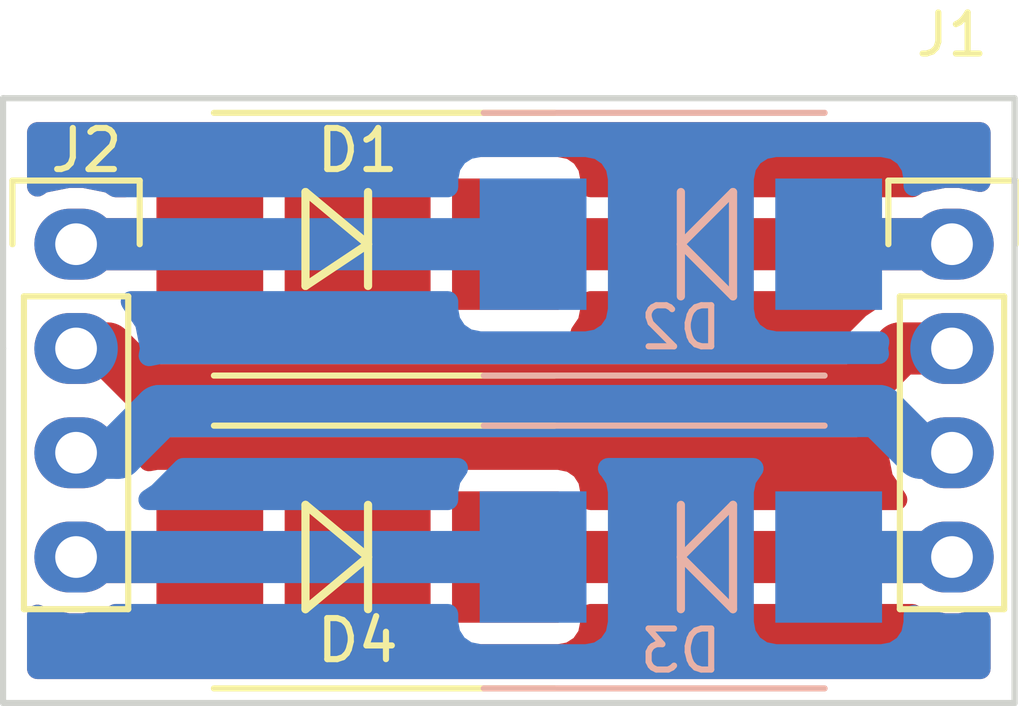
<source format=kicad_pcb>
(kicad_pcb (version 4) (host pcbnew 4.0.5+dfsg1-4)

  (general
    (links 10)
    (no_connects 0)
    (area 38.835581 21.7602 68.7438 39.339801)
    (thickness 1.6)
    (drawings 21)
    (tracks 18)
    (zones 0)
    (modules 6)
    (nets 7)
  )

  (page USLetter portrait)
  (layers
    (0 F.Cu signal)
    (31 B.Cu signal)
    (32 B.Adhes user)
    (33 F.Adhes user)
    (34 B.Paste user)
    (35 F.Paste user)
    (36 B.SilkS user)
    (37 F.SilkS user)
    (38 B.Mask user)
    (39 F.Mask user)
    (40 Dwgs.User user)
    (41 Cmts.User user)
    (42 Eco1.User user)
    (43 Eco2.User user)
    (44 Edge.Cuts user)
    (45 Margin user)
    (46 B.CrtYd user)
    (47 F.CrtYd user)
    (48 B.Fab user)
    (49 F.Fab user)
  )

  (setup
    (last_trace_width 0.254)
    (user_trace_width 0.2032)
    (user_trace_width 0.254)
    (user_trace_width 0.381)
    (user_trace_width 0.4318)
    (user_trace_width 0.508)
    (user_trace_width 0.6096)
    (user_trace_width 0.8128)
    (user_trace_width 1.27)
    (trace_clearance 0.254)
    (zone_clearance 0.508)
    (zone_45_only no)
    (trace_min 0.2032)
    (segment_width 0.2)
    (edge_width 0.15)
    (via_size 0.6604)
    (via_drill 0.4064)
    (via_min_size 0.381)
    (via_min_drill 0.3302)
    (user_via 0.5842 0.3302)
    (user_via 0.8128 0.508)
    (user_via 1.2192 0.8128)
    (user_via 1.27 1.016)
    (user_via 6.604 1.524)
    (uvia_size 0.508)
    (uvia_drill 0.127)
    (uvias_allowed no)
    (uvia_min_size 0)
    (uvia_min_drill 0)
    (pcb_text_width 0.3)
    (pcb_text_size 1.5 1.5)
    (mod_edge_width 0.15)
    (mod_text_size 1 1)
    (mod_text_width 0.15)
    (pad_size 2.032 1.7272)
    (pad_drill 1.016)
    (pad_to_mask_clearance 0.2)
    (aux_axis_origin 0 0)
    (visible_elements FFFFFF7F)
    (pcbplotparams
      (layerselection 0x00030_80000001)
      (usegerberextensions false)
      (excludeedgelayer true)
      (linewidth 0.100000)
      (plotframeref false)
      (viasonmask false)
      (mode 1)
      (useauxorigin false)
      (hpglpennumber 1)
      (hpglpenspeed 20)
      (hpglpendiameter 15)
      (hpglpenoverlay 2)
      (psnegative false)
      (psa4output false)
      (plotreference true)
      (plotvalue true)
      (plotinvisibletext false)
      (padsonsilk false)
      (subtractmaskfromsilk false)
      (outputformat 1)
      (mirror false)
      (drillshape 1)
      (scaleselection 1)
      (outputdirectory ""))
  )

  (net 0 "")
  (net 1 "Net-(D1-Pad2)")
  (net 2 "Net-(D1-Pad1)")
  (net 3 "Net-(D3-Pad2)")
  (net 4 "Net-(D3-Pad1)")
  (net 5 "Net-(J1-Pad2)")
  (net 6 "Net-(J1-Pad3)")

  (net_class Default "Esta es la clase de red por defecto."
    (clearance 0.254)
    (trace_width 0.254)
    (via_dia 0.6604)
    (via_drill 0.4064)
    (uvia_dia 0.508)
    (uvia_drill 0.127)
    (add_net "Net-(D1-Pad1)")
    (add_net "Net-(D1-Pad2)")
    (add_net "Net-(D3-Pad1)")
    (add_net "Net-(D3-Pad2)")
    (add_net "Net-(J1-Pad2)")
    (add_net "Net-(J1-Pad3)")
  )

  (net_class Power ""
    (clearance 0.3048)
    (trace_width 0.3048)
    (via_dia 0.762)
    (via_drill 0.508)
    (uvia_dia 1.016)
    (uvia_drill 0.254)
  )

  (module Diodes_SMD:DO-214AB (layer F.Cu) (tedit 55429DAE) (tstamp 59A8A2F1)
    (at 50.546 27.94 180)
    (descr "Jedec DO-214AB diode package. Designed according to Fairchild SS32 datasheet.")
    (tags "DO-214AB diode")
    (path /59A5E172)
    (attr smd)
    (fp_text reference D1 (at 0 2.286 180) (layer F.SilkS)
      (effects (font (size 1 1) (thickness 0.15)))
    )
    (fp_text value S3G (at 0 2.286 180) (layer F.Fab)
      (effects (font (size 1 1) (thickness 0.15)))
    )
    (fp_line (start -5.15 -3.45) (end 5.15 -3.45) (layer F.CrtYd) (width 0.05))
    (fp_line (start 5.15 -3.45) (end 5.15 3.45) (layer F.CrtYd) (width 0.05))
    (fp_line (start 5.15 3.45) (end -5.15 3.45) (layer F.CrtYd) (width 0.05))
    (fp_line (start -5.15 3.45) (end -5.15 -3.45) (layer F.CrtYd) (width 0.05))
    (fp_line (start 3.5 3.2) (end -4.8 3.2) (layer F.SilkS) (width 0.15))
    (fp_line (start -4.8 -3.2) (end 3.5 -3.2) (layer F.SilkS) (width 0.15))
    (pad 2 smd rect (at 3.6 0 180) (size 2.6 3.2) (layers F.Cu F.Paste F.Mask)
      (net 1 "Net-(D1-Pad2)"))
    (pad 1 smd rect (at -3.6 0 180) (size 2.6 3.2) (layers F.Cu F.Paste F.Mask)
      (net 2 "Net-(D1-Pad1)"))
    (model Diodes_SMD.3dshapes/DO-214AB.wrl
      (at (xyz 0 0 0))
      (scale (xyz 0.39 0.39 0.39))
      (rotate (xyz 0 0 180))
    )
  )

  (module Diodes_SMD:DO-214AB (layer B.Cu) (tedit 55429DAE) (tstamp 59A8A2FD)
    (at 58.42 27.94)
    (descr "Jedec DO-214AB diode package. Designed according to Fairchild SS32 datasheet.")
    (tags "DO-214AB diode")
    (path /59A5E1FC)
    (attr smd)
    (fp_text reference D2 (at 0 2.032) (layer B.SilkS)
      (effects (font (size 1 1) (thickness 0.15)) (justify mirror))
    )
    (fp_text value S3G (at 0 -2.54) (layer B.Fab)
      (effects (font (size 1 1) (thickness 0.15)) (justify mirror))
    )
    (fp_line (start -5.15 3.45) (end 5.15 3.45) (layer B.CrtYd) (width 0.05))
    (fp_line (start 5.15 3.45) (end 5.15 -3.45) (layer B.CrtYd) (width 0.05))
    (fp_line (start 5.15 -3.45) (end -5.15 -3.45) (layer B.CrtYd) (width 0.05))
    (fp_line (start -5.15 -3.45) (end -5.15 3.45) (layer B.CrtYd) (width 0.05))
    (fp_line (start 3.5 -3.2) (end -4.8 -3.2) (layer B.SilkS) (width 0.15))
    (fp_line (start -4.8 3.2) (end 3.5 3.2) (layer B.SilkS) (width 0.15))
    (pad 2 smd rect (at 3.6 0) (size 2.6 3.2) (layers B.Cu B.Paste B.Mask)
      (net 2 "Net-(D1-Pad1)"))
    (pad 1 smd rect (at -3.6 0) (size 2.6 3.2) (layers B.Cu B.Paste B.Mask)
      (net 1 "Net-(D1-Pad2)"))
    (model Diodes_SMD.3dshapes/DO-214AB.wrl
      (at (xyz 0 0 0))
      (scale (xyz 0.39 0.39 0.39))
      (rotate (xyz 0 0 180))
    )
  )

  (module Diodes_SMD:DO-214AB (layer B.Cu) (tedit 55429DAE) (tstamp 59A8A309)
    (at 58.42 35.56)
    (descr "Jedec DO-214AB diode package. Designed according to Fairchild SS32 datasheet.")
    (tags "DO-214AB diode")
    (path /59A5E229)
    (attr smd)
    (fp_text reference D3 (at 0 2.286) (layer B.SilkS)
      (effects (font (size 1 1) (thickness 0.15)) (justify mirror))
    )
    (fp_text value S3G (at 0 -2.286) (layer B.Fab)
      (effects (font (size 1 1) (thickness 0.15)) (justify mirror))
    )
    (fp_line (start -5.15 3.45) (end 5.15 3.45) (layer B.CrtYd) (width 0.05))
    (fp_line (start 5.15 3.45) (end 5.15 -3.45) (layer B.CrtYd) (width 0.05))
    (fp_line (start 5.15 -3.45) (end -5.15 -3.45) (layer B.CrtYd) (width 0.05))
    (fp_line (start -5.15 -3.45) (end -5.15 3.45) (layer B.CrtYd) (width 0.05))
    (fp_line (start 3.5 -3.2) (end -4.8 -3.2) (layer B.SilkS) (width 0.15))
    (fp_line (start -4.8 3.2) (end 3.5 3.2) (layer B.SilkS) (width 0.15))
    (pad 2 smd rect (at 3.6 0) (size 2.6 3.2) (layers B.Cu B.Paste B.Mask)
      (net 3 "Net-(D3-Pad2)"))
    (pad 1 smd rect (at -3.6 0) (size 2.6 3.2) (layers B.Cu B.Paste B.Mask)
      (net 4 "Net-(D3-Pad1)"))
    (model Diodes_SMD.3dshapes/DO-214AB.wrl
      (at (xyz 0 0 0))
      (scale (xyz 0.39 0.39 0.39))
      (rotate (xyz 0 0 180))
    )
  )

  (module Diodes_SMD:DO-214AB (layer F.Cu) (tedit 55429DAE) (tstamp 59A8A315)
    (at 50.546 35.56 180)
    (descr "Jedec DO-214AB diode package. Designed according to Fairchild SS32 datasheet.")
    (tags "DO-214AB diode")
    (path /59A5E258)
    (attr smd)
    (fp_text reference D4 (at 0 -2.032 180) (layer F.SilkS)
      (effects (font (size 1 1) (thickness 0.15)))
    )
    (fp_text value S3G (at -0.254 2.54 180) (layer F.Fab)
      (effects (font (size 1 1) (thickness 0.15)))
    )
    (fp_line (start -5.15 -3.45) (end 5.15 -3.45) (layer F.CrtYd) (width 0.05))
    (fp_line (start 5.15 -3.45) (end 5.15 3.45) (layer F.CrtYd) (width 0.05))
    (fp_line (start 5.15 3.45) (end -5.15 3.45) (layer F.CrtYd) (width 0.05))
    (fp_line (start -5.15 3.45) (end -5.15 -3.45) (layer F.CrtYd) (width 0.05))
    (fp_line (start 3.5 3.2) (end -4.8 3.2) (layer F.SilkS) (width 0.15))
    (fp_line (start -4.8 -3.2) (end 3.5 -3.2) (layer F.SilkS) (width 0.15))
    (pad 2 smd rect (at 3.6 0 180) (size 2.6 3.2) (layers F.Cu F.Paste F.Mask)
      (net 4 "Net-(D3-Pad1)"))
    (pad 1 smd rect (at -3.6 0 180) (size 2.6 3.2) (layers F.Cu F.Paste F.Mask)
      (net 3 "Net-(D3-Pad2)"))
    (model Diodes_SMD.3dshapes/DO-214AB.wrl
      (at (xyz 0 0 0))
      (scale (xyz 0.39 0.39 0.39))
      (rotate (xyz 0 0 180))
    )
  )

  (module Pin_Headers:Pin_Header_Straight_1x04 (layer F.Cu) (tedit 59A8B902) (tstamp 59A8A35F)
    (at 43.688 27.94)
    (descr "Through hole pin header")
    (tags "pin header")
    (path /59A5E06F)
    (fp_text reference J2 (at 0.254 -2.286) (layer F.SilkS)
      (effects (font (size 1 1) (thickness 0.15)))
    )
    (fp_text value Conn_01x04 (at 0 -3.1) (layer F.Fab) hide
      (effects (font (size 1 1) (thickness 0.15)))
    )
    (fp_line (start -1.75 -1.75) (end -1.75 9.4) (layer F.CrtYd) (width 0.05))
    (fp_line (start 1.75 -1.75) (end 1.75 9.4) (layer F.CrtYd) (width 0.05))
    (fp_line (start -1.75 -1.75) (end 1.75 -1.75) (layer F.CrtYd) (width 0.05))
    (fp_line (start -1.75 9.4) (end 1.75 9.4) (layer F.CrtYd) (width 0.05))
    (fp_line (start -1.27 1.27) (end -1.27 8.89) (layer F.SilkS) (width 0.15))
    (fp_line (start 1.27 1.27) (end 1.27 8.89) (layer F.SilkS) (width 0.15))
    (fp_line (start 1.55 -1.55) (end 1.55 0) (layer F.SilkS) (width 0.15))
    (fp_line (start -1.27 8.89) (end 1.27 8.89) (layer F.SilkS) (width 0.15))
    (fp_line (start 1.27 1.27) (end -1.27 1.27) (layer F.SilkS) (width 0.15))
    (fp_line (start -1.55 0) (end -1.55 -1.55) (layer F.SilkS) (width 0.15))
    (fp_line (start -1.55 -1.55) (end 1.55 -1.55) (layer F.SilkS) (width 0.15))
    (pad 1 thru_hole oval (at 0 0) (size 2.032 1.7272) (drill 1.016) (layers *.Cu *.Mask)
      (net 1 "Net-(D1-Pad2)"))
    (pad 2 thru_hole oval (at 0 2.54) (size 2.032 1.7272) (drill 1.016) (layers *.Cu *.Mask)
      (net 5 "Net-(J1-Pad2)"))
    (pad 3 thru_hole oval (at 0 5.08) (size 2.032 1.7272) (drill 1.016) (layers *.Cu *.Mask)
      (net 6 "Net-(J1-Pad3)"))
    (pad 4 thru_hole oval (at 0 7.62) (size 2.032 1.7272) (drill 1.016) (layers *.Cu *.Mask)
      (net 4 "Net-(D3-Pad1)"))
    (model Pin_Headers.3dshapes/Pin_Header_Straight_1x04.wrl
      (at (xyz 0 -0.15 0))
      (scale (xyz 1 1 1))
      (rotate (xyz 0 0 90))
    )
  )

  (module Pin_Headers:Pin_Header_Straight_1x04 (layer F.Cu) (tedit 59A8BAA8) (tstamp 59A99A39)
    (at 65.024 27.94)
    (descr "Through hole pin header")
    (tags "pin header")
    (path /59A5DF66)
    (fp_text reference J1 (at 0 -5.1) (layer F.SilkS)
      (effects (font (size 1 1) (thickness 0.15)))
    )
    (fp_text value Conn_01x04 (at 2.54 4.064 90) (layer F.Fab) hide
      (effects (font (size 1 1) (thickness 0.15)))
    )
    (fp_line (start -1.75 -1.75) (end -1.75 9.4) (layer F.CrtYd) (width 0.05))
    (fp_line (start 1.75 -1.75) (end 1.75 9.4) (layer F.CrtYd) (width 0.05))
    (fp_line (start -1.75 -1.75) (end 1.75 -1.75) (layer F.CrtYd) (width 0.05))
    (fp_line (start -1.75 9.4) (end 1.75 9.4) (layer F.CrtYd) (width 0.05))
    (fp_line (start -1.27 1.27) (end -1.27 8.89) (layer F.SilkS) (width 0.15))
    (fp_line (start 1.27 1.27) (end 1.27 8.89) (layer F.SilkS) (width 0.15))
    (fp_line (start 1.55 -1.55) (end 1.55 0) (layer F.SilkS) (width 0.15))
    (fp_line (start -1.27 8.89) (end 1.27 8.89) (layer F.SilkS) (width 0.15))
    (fp_line (start 1.27 1.27) (end -1.27 1.27) (layer F.SilkS) (width 0.15))
    (fp_line (start -1.55 0) (end -1.55 -1.55) (layer F.SilkS) (width 0.15))
    (fp_line (start -1.55 -1.55) (end 1.55 -1.55) (layer F.SilkS) (width 0.15))
    (pad 1 thru_hole oval (at 0 0) (size 2.032 1.7272) (drill 1.016) (layers *.Cu *.Mask)
      (net 2 "Net-(D1-Pad1)"))
    (pad 2 thru_hole oval (at 0 2.54) (size 2.032 1.7272) (drill 1.016) (layers *.Cu *.Mask)
      (net 5 "Net-(J1-Pad2)"))
    (pad 3 thru_hole oval (at 0 5.08) (size 2.032 1.7272) (drill 1.016) (layers *.Cu *.Mask)
      (net 6 "Net-(J1-Pad3)"))
    (pad 4 thru_hole oval (at 0 7.62) (size 2.032 1.7272) (drill 1.016) (layers *.Cu *.Mask)
      (net 3 "Net-(D3-Pad2)"))
    (model Pin_Headers.3dshapes/Pin_Header_Straight_1x04.wrl
      (at (xyz 0 -0.15 0))
      (scale (xyz 1 1 1))
      (rotate (xyz 0 0 90))
    )
  )

  (gr_line (start 58.42 26.67) (end 58.42 29.21) (layer B.SilkS) (width 0.2))
  (gr_line (start 58.42 27.94) (end 59.69 26.67) (layer B.SilkS) (width 0.2))
  (gr_line (start 59.69 29.21) (end 58.42 27.94) (layer B.SilkS) (width 0.2))
  (gr_line (start 59.69 26.67) (end 59.69 29.21) (layer B.SilkS) (width 0.2))
  (gr_line (start 58.42 36.83) (end 58.42 34.29) (layer B.SilkS) (width 0.2))
  (gr_line (start 58.42 35.56) (end 59.69 34.29) (layer B.SilkS) (width 0.2))
  (gr_line (start 59.69 36.83) (end 58.42 35.56) (layer B.SilkS) (width 0.2))
  (gr_line (start 59.69 34.29) (end 59.69 36.83) (layer B.SilkS) (width 0.2))
  (gr_line (start 50.8 26.67) (end 50.8 28.956) (layer F.SilkS) (width 0.2))
  (gr_line (start 50.8 27.94) (end 49.276 26.67) (layer F.SilkS) (width 0.2))
  (gr_line (start 49.276 28.956) (end 50.8 27.94) (layer F.SilkS) (width 0.2))
  (gr_line (start 49.276 26.67) (end 49.276 28.956) (layer F.SilkS) (width 0.2))
  (gr_line (start 50.8 34.29) (end 50.8 36.83) (layer F.SilkS) (width 0.2))
  (gr_line (start 50.8 35.56) (end 49.276 34.29) (layer F.SilkS) (width 0.2))
  (gr_line (start 49.276 36.83) (end 50.8 35.56) (layer F.SilkS) (width 0.2))
  (gr_line (start 49.276 34.29) (end 49.276 36.83) (layer F.SilkS) (width 0.2))
  (gr_line (start 41.91 39.116) (end 41.91 30.48) (layer Edge.Cuts) (width 0.15))
  (gr_line (start 66.548 39.116) (end 41.91 39.116) (layer Edge.Cuts) (width 0.15))
  (gr_line (start 66.548 24.384) (end 66.548 39.116) (layer Edge.Cuts) (width 0.15))
  (gr_line (start 41.91 24.384) (end 66.548 24.384) (layer Edge.Cuts) (width 0.15))
  (gr_line (start 41.91 30.48) (end 41.91 24.384) (layer Edge.Cuts) (width 0.15))

  (segment (start 43.688 27.94) (end 46.946 27.94) (width 1.27) (layer F.Cu) (net 1))
  (segment (start 54.82 27.94) (end 43.688 27.94) (width 1.27) (layer B.Cu) (net 1))
  (segment (start 54.146 27.94) (end 65.024 27.94) (width 1.27) (layer F.Cu) (net 2))
  (segment (start 65.024 27.94) (end 62.02 27.94) (width 1.27) (layer B.Cu) (net 2))
  (segment (start 54.146 35.56) (end 65.024 35.56) (width 1.27) (layer F.Cu) (net 3))
  (segment (start 65.024 35.56) (end 62.02 35.56) (width 1.27) (layer B.Cu) (net 3))
  (segment (start 46.946 35.56) (end 43.688 35.56) (width 1.27) (layer F.Cu) (net 4))
  (segment (start 54.82 35.56) (end 43.688 35.56) (width 1.27) (layer B.Cu) (net 4))
  (segment (start 44.45 30.48) (end 45.466 31.496) (width 1.27) (layer F.Cu) (net 5))
  (segment (start 45.466 31.496) (end 62.738 31.496) (width 1.27) (layer F.Cu) (net 5))
  (segment (start 43.688 30.48) (end 44.45 30.48) (width 1.27) (layer F.Cu) (net 5))
  (segment (start 63.754 30.48) (end 62.738 31.496) (width 1.27) (layer F.Cu) (net 5))
  (segment (start 65.024 30.48) (end 63.754 30.48) (width 1.27) (layer F.Cu) (net 5))
  (segment (start 44.704 33.02) (end 45.72 32.004) (width 1.27) (layer B.Cu) (net 6))
  (segment (start 45.72 32.004) (end 63.246 32.004) (width 1.27) (layer B.Cu) (net 6))
  (segment (start 43.688 33.02) (end 44.704 33.02) (width 1.27) (layer B.Cu) (net 6))
  (segment (start 64.262 33.02) (end 63.246 32.004) (width 1.27) (layer B.Cu) (net 6))
  (segment (start 65.024 33.02) (end 64.262 33.02) (width 1.27) (layer B.Cu) (net 6))

  (zone (net 0) (net_name "") (layer F.Cu) (tstamp 0) (hatch edge 0.508)
    (connect_pads (clearance 0.508))
    (min_thickness 0.508)
    (fill yes (arc_segments 16) (thermal_gap 0.762) (thermal_bridge_width 0.762))
    (polygon
      (pts
        (xy 41.91 24.384) (xy 66.548 24.384) (xy 66.548 39.116) (xy 41.91 39.116)
      )
    )
    (filled_polygon
      (pts
        (xy 63.211167 33.02) (xy 63.334908 33.64209) (xy 63.682969 34.163) (xy 56.222928 34.163) (xy 56.222928 33.96)
        (xy 56.169795 33.67762) (xy 56.002908 33.418271) (xy 55.748269 33.244283) (xy 55.446 33.183072) (xy 52.846 33.183072)
        (xy 52.56362 33.236205) (xy 52.304271 33.403092) (xy 52.130283 33.657731) (xy 52.069072 33.96) (xy 52.069072 37.16)
        (xy 52.122205 37.44238) (xy 52.289092 37.701729) (xy 52.543731 37.875717) (xy 52.846 37.936928) (xy 55.446 37.936928)
        (xy 55.72838 37.883795) (xy 55.987729 37.716908) (xy 56.161717 37.462269) (xy 56.222928 37.16) (xy 56.222928 36.957)
        (xy 64.057744 36.957) (xy 64.214677 37.061859) (xy 64.836767 37.1856) (xy 65.211233 37.1856) (xy 65.711 37.08619)
        (xy 65.711 38.279) (xy 42.747 38.279) (xy 42.747 36.973875) (xy 42.878677 37.061859) (xy 43.500767 37.1856)
        (xy 43.875233 37.1856) (xy 44.497323 37.061859) (xy 44.654256 36.957) (xy 44.869072 36.957) (xy 44.869072 37.16)
        (xy 44.922205 37.44238) (xy 45.089092 37.701729) (xy 45.343731 37.875717) (xy 45.646 37.936928) (xy 48.246 37.936928)
        (xy 48.52838 37.883795) (xy 48.787729 37.716908) (xy 48.961717 37.462269) (xy 49.022928 37.16) (xy 49.022928 33.96)
        (xy 48.969795 33.67762) (xy 48.802908 33.418271) (xy 48.548269 33.244283) (xy 48.246 33.183072) (xy 45.646 33.183072)
        (xy 45.46149 33.21779) (xy 45.500833 33.02) (xy 45.475571 32.893) (xy 62.738 32.893) (xy 63.256962 32.789772)
      )
    )
    (filled_polygon
      (pts
        (xy 65.711 26.41381) (xy 65.211233 26.3144) (xy 64.836767 26.3144) (xy 64.214677 26.438141) (xy 64.057744 26.543)
        (xy 56.222928 26.543) (xy 56.222928 26.34) (xy 56.169795 26.05762) (xy 56.002908 25.798271) (xy 55.748269 25.624283)
        (xy 55.446 25.563072) (xy 52.846 25.563072) (xy 52.56362 25.616205) (xy 52.304271 25.783092) (xy 52.130283 26.037731)
        (xy 52.069072 26.34) (xy 52.069072 29.54) (xy 52.122205 29.82238) (xy 52.289092 30.081729) (xy 52.314369 30.099)
        (xy 48.784478 30.099) (xy 48.787729 30.096908) (xy 48.961717 29.842269) (xy 49.022928 29.54) (xy 49.022928 26.34)
        (xy 48.969795 26.05762) (xy 48.802908 25.798271) (xy 48.548269 25.624283) (xy 48.246 25.563072) (xy 45.646 25.563072)
        (xy 45.36362 25.616205) (xy 45.104271 25.783092) (xy 44.930283 26.037731) (xy 44.869072 26.34) (xy 44.869072 26.543)
        (xy 44.654256 26.543) (xy 44.497323 26.438141) (xy 43.875233 26.3144) (xy 43.500767 26.3144) (xy 42.878677 26.438141)
        (xy 42.747 26.526125) (xy 42.747 25.221) (xy 65.711 25.221)
      )
    )
    (filled_polygon
      (pts
        (xy 62.766172 29.492172) (xy 62.159344 30.099) (xy 55.984478 30.099) (xy 55.987729 30.096908) (xy 56.161717 29.842269)
        (xy 56.222928 29.54) (xy 56.222928 29.337) (xy 62.998403 29.337)
      )
    )
  )
  (zone (net 0) (net_name "") (layer B.Cu) (tstamp 0) (hatch edge 0.508)
    (connect_pads (clearance 0.508))
    (min_thickness 0.508)
    (fill yes (arc_segments 16) (thermal_gap 0.762) (thermal_bridge_width 0.762))
    (polygon
      (pts
        (xy 41.91 24.384) (xy 66.548 24.384) (xy 66.548 39.116) (xy 41.91 39.116)
      )
    )
    (filled_polygon
      (pts
        (xy 60.178271 33.403092) (xy 60.004283 33.657731) (xy 59.943072 33.96) (xy 59.943072 37.16) (xy 59.996205 37.44238)
        (xy 60.163092 37.701729) (xy 60.417731 37.875717) (xy 60.72 37.936928) (xy 63.32 37.936928) (xy 63.60238 37.883795)
        (xy 63.861729 37.716908) (xy 64.035717 37.462269) (xy 64.096928 37.16) (xy 64.096928 36.983182) (xy 64.214677 37.061859)
        (xy 64.836767 37.1856) (xy 65.211233 37.1856) (xy 65.711 37.08619) (xy 65.711 38.279) (xy 42.747 38.279)
        (xy 42.747 36.973875) (xy 42.878677 37.061859) (xy 43.500767 37.1856) (xy 43.875233 37.1856) (xy 44.497323 37.061859)
        (xy 44.654256 36.957) (xy 52.743072 36.957) (xy 52.743072 37.16) (xy 52.796205 37.44238) (xy 52.963092 37.701729)
        (xy 53.217731 37.875717) (xy 53.52 37.936928) (xy 56.12 37.936928) (xy 56.40238 37.883795) (xy 56.661729 37.716908)
        (xy 56.835717 37.462269) (xy 56.896928 37.16) (xy 56.896928 33.96) (xy 56.843795 33.67762) (xy 56.676908 33.418271)
        (xy 56.651631 33.401) (xy 60.181522 33.401)
      )
    )
    (filled_polygon
      (pts
        (xy 52.978271 33.403092) (xy 52.804283 33.657731) (xy 52.743072 33.96) (xy 52.743072 34.163) (xy 45.459597 34.163)
        (xy 45.691828 34.007828) (xy 46.298656 33.401) (xy 52.981522 33.401)
      )
    )
    (filled_polygon
      (pts
        (xy 65.711 26.41381) (xy 65.211233 26.3144) (xy 64.836767 26.3144) (xy 64.214677 26.438141) (xy 64.096928 26.516818)
        (xy 64.096928 26.34) (xy 64.043795 26.05762) (xy 63.876908 25.798271) (xy 63.622269 25.624283) (xy 63.32 25.563072)
        (xy 60.72 25.563072) (xy 60.43762 25.616205) (xy 60.178271 25.783092) (xy 60.004283 26.037731) (xy 59.943072 26.34)
        (xy 59.943072 29.54) (xy 59.996205 29.82238) (xy 60.163092 30.081729) (xy 60.417731 30.255717) (xy 60.72 30.316928)
        (xy 63.243604 30.316928) (xy 63.211167 30.48) (xy 63.236429 30.607) (xy 45.72 30.607) (xy 45.465502 30.657623)
        (xy 45.500833 30.48) (xy 45.377092 29.85791) (xy 45.029031 29.337) (xy 52.743072 29.337) (xy 52.743072 29.54)
        (xy 52.796205 29.82238) (xy 52.963092 30.081729) (xy 53.217731 30.255717) (xy 53.52 30.316928) (xy 56.12 30.316928)
        (xy 56.40238 30.263795) (xy 56.661729 30.096908) (xy 56.835717 29.842269) (xy 56.896928 29.54) (xy 56.896928 26.34)
        (xy 56.843795 26.05762) (xy 56.676908 25.798271) (xy 56.422269 25.624283) (xy 56.12 25.563072) (xy 53.52 25.563072)
        (xy 53.23762 25.616205) (xy 52.978271 25.783092) (xy 52.804283 26.037731) (xy 52.743072 26.34) (xy 52.743072 26.543)
        (xy 44.654256 26.543) (xy 44.497323 26.438141) (xy 43.875233 26.3144) (xy 43.500767 26.3144) (xy 42.878677 26.438141)
        (xy 42.747 26.526125) (xy 42.747 25.221) (xy 65.711 25.221)
      )
    )
  )
)

</source>
